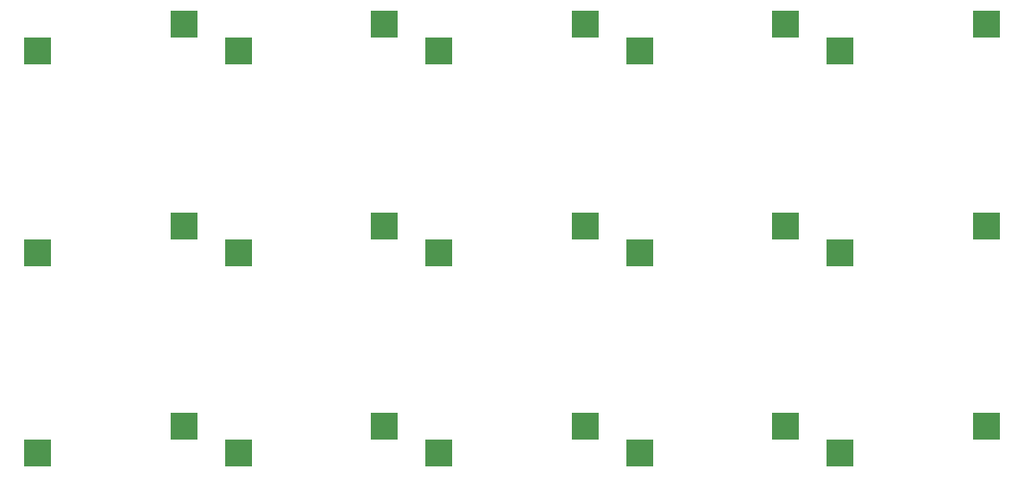
<source format=gbp>
G04 #@! TF.GenerationSoftware,KiCad,Pcbnew,9.0.1*
G04 #@! TF.CreationDate,2025-04-27T05:08:37+02:00*
G04 #@! TF.ProjectId,testing-split-kb-3w-guard-pours,74657374-696e-4672-9d73-706c69742d6b,rev?*
G04 #@! TF.SameCoordinates,Original*
G04 #@! TF.FileFunction,Paste,Bot*
G04 #@! TF.FilePolarity,Positive*
%FSLAX46Y46*%
G04 Gerber Fmt 4.6, Leading zero omitted, Abs format (unit mm)*
G04 Created by KiCad (PCBNEW 9.0.1) date 2025-04-27 05:08:37*
%MOMM*%
%LPD*%
G01*
G04 APERTURE LIST*
%ADD10R,2.550000X2.500000*%
G04 APERTURE END LIST*
D10*
G04 #@! TO.C,SW11*
X96290000Y-83060000D03*
X82440000Y-85600000D03*
G04 #@! TD*
G04 #@! TO.C,SW15*
X172290000Y-83060000D03*
X158440000Y-85600000D03*
G04 #@! TD*
G04 #@! TO.C,SW1*
X96290000Y-44920000D03*
X82440000Y-47460000D03*
G04 #@! TD*
G04 #@! TO.C,SW5*
X172290000Y-44920000D03*
X158440000Y-47460000D03*
G04 #@! TD*
G04 #@! TO.C,SW2*
X115290000Y-44920000D03*
X101440000Y-47460000D03*
G04 #@! TD*
G04 #@! TO.C,SW9*
X153290000Y-64020000D03*
X139440000Y-66560000D03*
G04 #@! TD*
G04 #@! TO.C,SW14*
X153290000Y-83060000D03*
X139440000Y-85600000D03*
G04 #@! TD*
G04 #@! TO.C,SW4*
X153290000Y-44920000D03*
X139440000Y-47460000D03*
G04 #@! TD*
G04 #@! TO.C,SW6*
X96290000Y-64020000D03*
X82440000Y-66560000D03*
G04 #@! TD*
G04 #@! TO.C,SW8*
X134290000Y-64020000D03*
X120440000Y-66560000D03*
G04 #@! TD*
G04 #@! TO.C,SW7*
X115290000Y-64020000D03*
X101440000Y-66560000D03*
G04 #@! TD*
G04 #@! TO.C,SW10*
X172290000Y-64020000D03*
X158440000Y-66560000D03*
G04 #@! TD*
G04 #@! TO.C,SW13*
X134290000Y-83060000D03*
X120440000Y-85600000D03*
G04 #@! TD*
G04 #@! TO.C,SW12*
X115290000Y-83060000D03*
X101440000Y-85600000D03*
G04 #@! TD*
G04 #@! TO.C,SW3*
X134290000Y-44920000D03*
X120440000Y-47460000D03*
G04 #@! TD*
M02*

</source>
